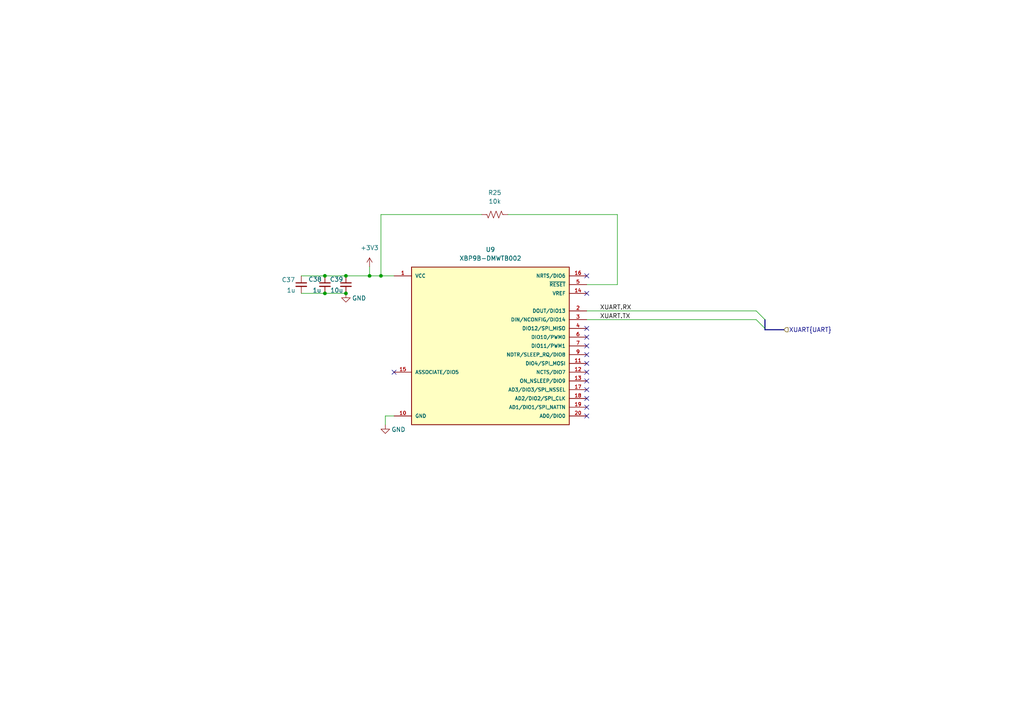
<source format=kicad_sch>
(kicad_sch (version 20211123) (generator eeschema)
  (paper "A4")
  (title_block (title "Robotics Controller") (date "2022-09-02") (rev "A") (company "Rockerbotics"))
  (lib_symbols
    (symbol "Device:C_Small" (pin_numbers hide) (pin_names (offset 0.254) hide)
      (property "Reference" "C" (at 0.254 1.778 0))
      (property "Value" "C_Small" (at 0.254 -2.032 0))
      (symbol "C_Small_0_1"
        (polyline (pts (xy -1.524 -0.508) (xy 1.524 -0.508)) (stroke (width 0.3302)))
        (polyline (pts (xy -1.524 0.508) (xy 1.524 0.508)) (stroke (width 0.3048)))
      )
      (symbol "C_Small_1_1"
        (pin passive line (at 0 2.54 270) (length 2.032) (name "~") (number "1"))
        (pin passive line (at 0 -2.54 90) (length 2.032) (name "~") (number "2"))
      )
    )
    (symbol "Device:R_US" (pin_numbers hide) (pin_names (offset 0))
      (property "Reference" "R" (at 2.54 0 90))
      (property "Value" "R_US" (at -2.54 0 90))
      (symbol "R_US_0_1"
        (polyline (pts (xy 0 -2.286) (xy 0 -2.54)))
        (polyline (pts (xy 0 2.286) (xy 0 2.54)))
        (polyline (pts (xy 0 -0.762) (xy 1.016 -1.143) (xy 0 -1.524) (xy -1.016 -1.905) (xy 0 -2.286)))
        (polyline (pts (xy 0 0.762) (xy 1.016 0.381) (xy 0 0) (xy -1.016 -0.381) (xy 0 -0.762)))
        (polyline (pts (xy 0 2.286) (xy 1.016 1.905) (xy 0 1.524) (xy -1.016 1.143) (xy 0 0.762)))
      )
      (symbol "R_US_1_1"
        (pin passive line (at 0 3.81 270) (length 1.27) (name "~") (number "1"))
        (pin passive line (at 0 -3.81 90) (length 1.27) (name "~") (number "2"))
      )
    )
    (symbol "power:+3V3" (power) (pin_names (offset 0))
      (property "Value" "+3V3" (at 0 3.556 0))
      (symbol "+3V3_0_1"
        (polyline (pts (xy -0.762 1.27) (xy 0 2.54)))
        (polyline (pts (xy 0 0) (xy 0 2.54)))
        (polyline (pts (xy 0 2.54) (xy 0.762 1.27)))
      )
      (symbol "+3V3_1_1"
        (pin power_in line (at 0 0 90) (length 0) hide (name "+3V3") (number "1"))
      )
    )
    (symbol "power:GND" (power) (pin_names (offset 0))
      (property "Value" "GND" (at 0 -3.81 0))
      (symbol "GND_0_1"
        (polyline (pts (xy 0 0) (xy 0 -1.27) (xy 1.27 -1.27) (xy 0 -2.54) (xy -1.27 -1.27) (xy 0 -1.27)))
      )
      (symbol "GND_1_1"
        (pin power_in line (at 0 0 270) (length 0) hide (name "GND") (number "1"))
      )
    )
    (symbol "xbp9b-dmwtb002:XBP9B-DMWTB002" (pin_names (offset 1.016))
      (property "Reference" "U2" (at 0 27.94 0))
      (property "Value" "XBP9B-DMWTB002" (at 0 25.4 0))
      (symbol "XBP9B-DMWTB002_0_0"
        (rectangle (start -22.86 -22.86) (end 22.86 22.86) (stroke (width 0.254)) (fill (type background)))
        (pin power_in line (at 27.94 20.32 180) (length 5.08) (name "VCC") (number "1"))
        (pin power_in line (at 27.94 -20.32 180) (length 5.08) (name "GND") (number "10"))
        (pin bidirectional line (at -27.94 -5.08 0) (length 5.08) (name "DIO4/SPI_MOSI") (number "11"))
        (pin bidirectional line (at -27.94 -7.62 0) (length 5.08) (name "NCTS/DIO7") (number "12"))
        (pin bidirectional line (at -27.94 -10.16 0) (length 5.08) (name "ON_NSLEEP/DIO9") (number "13"))
        (pin input line (at -27.94 15.24 0) (length 5.08) (name "VREF") (number "14"))
        (pin output line (at 27.94 -7.62 180) (length 5.08) (name "ASSOCIATE/DIO5") (number "15"))
        (pin input line (at -27.94 20.32 0) (length 5.08) (name "NRTS/DIO6") (number "16"))
        (pin bidirectional line (at -27.94 -12.7 0) (length 5.08) (name "AD3/DIO3/SPI_NSSEL") (number "17"))
        (pin bidirectional line (at -27.94 -15.24 0) (length 5.08) (name "AD2/DIO2/SPI_CLK") (number "18"))
        (pin bidirectional line (at -27.94 -17.78 0) (length 5.08) (name "AD1/DIO1/SPI_NATTN") (number "19"))
        (pin bidirectional line (at -27.94 10.16 0) (length 5.08) (name "DOUT/DIO13") (number "2"))
        (pin bidirectional line (at -27.94 -20.32 0) (length 5.08) (name "AD0/DIO0") (number "20"))
        (pin bidirectional line (at -27.94 7.62 0) (length 5.08) (name "DIN/NCONFIG/DIO14") (number "3"))
        (pin bidirectional line (at -27.94 5.08 0) (length 5.08) (name "DIO12/SPI_MISO") (number "4"))
        (pin input line (at -27.94 17.78 0) (length 5.08) (name "~{RESET}") (number "5"))
        (pin bidirectional line (at -27.94 2.54 0) (length 5.08) (name "DIO10/PWM0") (number "6"))
        (pin bidirectional line (at -27.94 0 0) (length 5.08) (name "DIO11/PWM1") (number "7"))
        (pin bidirectional line (at -27.94 -2.54 0) (length 5.08) (name "NDTR/SLEEP_RQ/DIO8") (number "9"))
      )
    )
  )
  (junction (at 100.33 80.01))
  (junction (at 94.234 80.01))
  (junction (at 100.33 85.09))
  (junction (at 110.49 80.01))
  (junction (at 107.188 80.01))
  (junction (at 94.234 85.09))
  (no_connect (at 170.18 80.01))
  (no_connect (at 170.18 113.03))
  (no_connect (at 170.18 115.57))
  (no_connect (at 170.18 118.11))
  (no_connect (at 170.18 120.65))
  (no_connect (at 114.3 107.95))
  (no_connect (at 170.18 85.09))
  (no_connect (at 170.18 95.25))
  (no_connect (at 170.18 97.79))
  (no_connect (at 170.18 100.33))
  (no_connect (at 170.18 102.87))
  (no_connect (at 170.18 105.41))
  (no_connect (at 170.18 107.95))
  (no_connect (at 170.18 110.49))
  (bus_entry (at 221.869 92.71) (size -2.54 -2.54))
  (bus_entry (at 219.329 92.71) (size 2.54 2.54))
  (wire (pts (xy 107.188 77.343) (xy 107.188 80.01)))
  (wire (pts (xy 147.32 62.23) (xy 179.07 62.23)))
  (wire (pts (xy 114.3 80.01) (xy 110.49 80.01)))
  (wire (pts (xy 170.18 92.71) (xy 219.329 92.71)))
  (wire (pts (xy 111.76 120.65) (xy 111.76 123.19)))
  (bus (pts (xy 221.869 92.71) (xy 221.869 95.25)))
  (wire (pts (xy 100.33 85.09) (xy 94.234 85.09)))
  (wire (pts (xy 107.188 80.01) (xy 100.33 80.01)))
  (wire (pts (xy 94.234 85.09) (xy 87.376 85.09)))
  (wire (pts (xy 110.49 62.23) (xy 110.49 80.01)))
  (wire (pts (xy 179.07 62.23) (xy 179.07 82.55)))
  (bus (pts (xy 221.869 95.25) (xy 221.869 95.631)))
  (wire (pts (xy 114.3 120.65) (xy 111.76 120.65)))
  (bus (pts (xy 221.869 95.631) (xy 227.33 95.631)))
  (wire (pts (xy 94.234 80.01) (xy 87.376 80.01)))
  (wire (pts (xy 139.7 62.23) (xy 110.49 62.23)))
  (wire (pts (xy 170.18 90.17) (xy 219.329 90.17)))
  (wire (pts (xy 100.33 80.01) (xy 94.234 80.01)))
  (wire (pts (xy 110.49 80.01) (xy 107.188 80.01)))
  (wire (pts (xy 179.07 82.55) (xy 170.18 82.55)))
  (label "XUART.TX" (at 173.99 92.71 0))
  (label "XUART.RX" (at 173.99 90.17 0))
  (hierarchical_label "XUART{UART}" (shape input) (at 227.33 95.631 0))
  (symbol (lib_id "power:+3V3") (at 107.188 77.343 0) (unit 1)
    (property "Reference" "#PWR046" (effects hide))
    (property "Value" "+3V3" (at 107.188 71.882 0))
  )
  (symbol (lib_id "Device:R_US") (at 143.51 62.23 270) (mirror x) (unit 1)
    (property "Reference" "R25" (at 143.51 55.88 90))
    (property "Value" "10k" (at 143.51 58.42 90))
    (property "Footprint" "Resistor_SMD:R_0603_1608Metric" (effects hide))
  )
  (symbol (lib_id "Device:C_Small") (at 100.33 82.55 0) (mirror y) (unit 1)
    (property "Reference" "C39" (at 99.568 81.026 0) (effects (justify left)))
    (property "Value" "10u" (at 99.568 84.201 0) (effects (justify left)))
    (property "Footprint" "Capacitor_SMD:C_0805_2012Metric" (effects hide))
    (property "MANUFACTURER" "CL10A106MA8NRNC" (effects hide))
  )
  (symbol (lib_id "Device:C_Small") (at 94.234 82.55 0) (mirror y) (unit 1)
    (property "Reference" "C38" (at 93.345 81.026 0) (effects (justify left)))
    (property "Value" "1u" (at 93.218 84.201 0) (effects (justify left)))
    (property "Footprint" "Capacitor_SMD:C_0805_2012Metric" (effects hide))
    (property "MANUFACTURER" "CL10A105KB8NNNC" (effects hide))
  )
  (symbol (lib_id "power:GND") (at 100.33 85.09 0) (unit 1)
    (property "Reference" "#PWR045" (effects hide))
    (property "Value" "GND" (at 104.14 86.487 0))
  )
  (symbol (lib_id "Device:C_Small") (at 87.376 82.55 0) (mirror y) (unit 1)
    (property "Reference" "C37" (at 85.598 81.153 0) (effects (justify left)))
    (property "Value" "1u" (at 85.725 84.201 0) (effects (justify left)))
    (property "Footprint" "Capacitor_SMD:C_0805_2012Metric" (effects hide))
    (property "MANUFACTURER" "CL10A105KB8NNNC" (effects hide))
  )
  (symbol (lib_id "xbp9b-dmwtb002:XBP9B-DMWTB002") (at 142.24 100.33 0) (mirror y) (unit 1)
    (property "Reference" "U9" (at 142.24 72.39 0))
    (property "Value" "XBP9B-DMWTB002" (at 142.24 74.93 0))
    (property "MANUFACTURER" "Digi International" (effects hide))
  )
  (symbol (lib_id "power:GND") (at 111.76 123.19 0) (unit 1)
    (property "Reference" "#PWR047" (effects hide))
    (property "Value" "GND" (at 115.57 124.587 0))
  )
)
</source>
